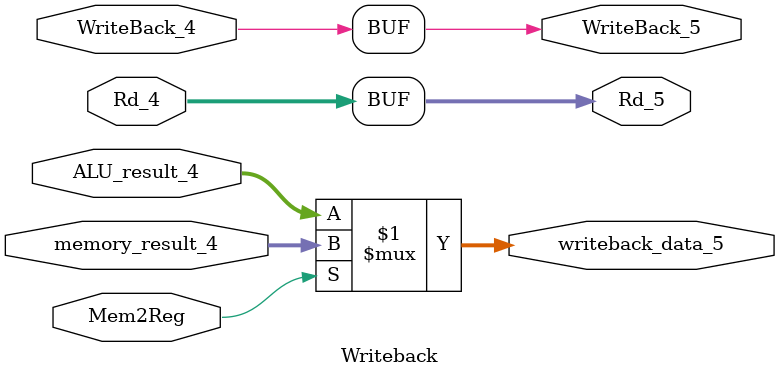
<source format=v>
module Writeback( // no sequential circuits
    input [31:0]  ALU_result_4,
    input [31:0]  memory_result_4,
    input         WriteBack_4,
    input         Mem2Reg,
    input [4:0]   Rd_4,
    
    output [4:0]  Rd_5,
    output [31:0] writeback_data_5,
    output        WriteBack_5
);
    assign Rd_5             = Rd_4;
    assign writeback_data_5 = Mem2Reg ? memory_result_4 : ALU_result_4;
    assign WriteBack_5      = WriteBack_4;

/*
    [ assertion for stage 5 (write back) ] 

    - 控制寫回的資料如果 MemReg == 1, 則是"由 Data Memory 提供", 反之則是順著傳下去 ALU_result
    - 註: 寫在 Pipeline_stage5.v
    
*/
assert property((Mem2Reg == 1) ? (writeback_data_5 == memory_result_4) : 1);


endmodule
</source>
